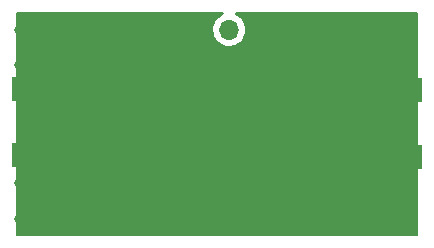
<source format=gbr>
%TF.GenerationSoftware,KiCad,Pcbnew,(5.99.0-7233-g6a28d6af27)*%
%TF.CreationDate,2021-08-16T18:37:05+02:00*%
%TF.ProjectId,lna,6c6e612e-6b69-4636-9164-5f7063625858,rev?*%
%TF.SameCoordinates,Original*%
%TF.FileFunction,Copper,L2,Bot*%
%TF.FilePolarity,Positive*%
%FSLAX46Y46*%
G04 Gerber Fmt 4.6, Leading zero omitted, Abs format (unit mm)*
G04 Created by KiCad (PCBNEW (5.99.0-7233-g6a28d6af27)) date 2021-08-16 18:37:05*
%MOMM*%
%LPD*%
G01*
G04 APERTURE LIST*
%TA.AperFunction,SMDPad,CuDef*%
%ADD10R,5.140000X2.000001*%
%TD*%
%TA.AperFunction,SMDPad,CuDef*%
%ADD11R,5.140000X2.000000*%
%TD*%
%TA.AperFunction,ComponentPad*%
%ADD12R,1.700000X1.700000*%
%TD*%
%TA.AperFunction,ComponentPad*%
%ADD13O,1.700000X1.700000*%
%TD*%
%TA.AperFunction,ViaPad*%
%ADD14C,0.800000*%
%TD*%
%TA.AperFunction,Conductor*%
%ADD15C,1.000000*%
%TD*%
G04 APERTURE END LIST*
D10*
%TO.P,J1,2,Ext*%
%TO.N,GND*%
X130200000Y-97649999D03*
D11*
X130200000Y-92000000D03*
%TD*%
D10*
%TO.P,J3,2,Ext*%
%TO.N,GND*%
X159800000Y-92150001D03*
D11*
X159800000Y-97800000D03*
%TD*%
D12*
%TO.P,J2,1,GND*%
%TO.N,GND*%
X143500000Y-87000000D03*
D13*
%TO.P,J2,2,5V*%
%TO.N,5V*%
X146040000Y-87000000D03*
%TD*%
D14*
%TO.N,GND*%
X142900000Y-90000000D03*
X143100000Y-96500000D03*
X149000000Y-100000000D03*
X139750000Y-100000000D03*
X148750000Y-96750000D03*
X139500000Y-97250000D03*
X146000000Y-100000000D03*
X143000000Y-100000000D03*
X150500000Y-92000000D03*
X137000000Y-103000000D03*
X161500000Y-103000000D03*
X134000000Y-87000000D03*
X149000000Y-103000000D03*
X158000000Y-103000000D03*
X148000000Y-90000000D03*
X137000000Y-87000000D03*
X155750000Y-90400000D03*
X137000000Y-90000000D03*
X131000000Y-87000000D03*
X151000000Y-90000000D03*
X144400000Y-94800000D03*
X128200000Y-90000000D03*
X137000000Y-92000000D03*
X131000000Y-90000000D03*
X146000000Y-96750000D03*
X143000000Y-103000000D03*
X131000000Y-100000000D03*
X131000000Y-103000000D03*
X134000000Y-103000000D03*
X137000000Y-97300000D03*
X152000000Y-100000000D03*
X155000000Y-103000000D03*
X148000000Y-92000000D03*
X134000000Y-100000000D03*
X159000000Y-90000000D03*
X155750000Y-92200000D03*
X140000000Y-92000000D03*
X159000000Y-87000000D03*
X128200000Y-103000000D03*
X146000000Y-103000000D03*
X161500000Y-100000000D03*
X153700000Y-102900000D03*
X161500000Y-87000000D03*
X158000000Y-100000000D03*
X155000000Y-97300000D03*
X140000000Y-103000000D03*
X161500000Y-90000000D03*
X155000000Y-100000000D03*
X128200000Y-87000000D03*
X137000000Y-100000000D03*
X140000000Y-90000000D03*
X134000000Y-90000000D03*
X128200000Y-100000000D03*
X152000000Y-97300000D03*
X140000000Y-87000000D03*
%TD*%
D15*
%TO.N,GND*%
X130200000Y-97649999D02*
X130200000Y-99200000D01*
X130200000Y-99200000D02*
X131000000Y-100000000D01*
X130200000Y-92000000D02*
X130200000Y-90800000D01*
X130200000Y-90800000D02*
X131000000Y-90000000D01*
X159800000Y-97800000D02*
X159800000Y-98200000D01*
X159800000Y-98200000D02*
X158000000Y-100000000D01*
X159800000Y-92150001D02*
X159800000Y-90800000D01*
X159800000Y-90800000D02*
X159000000Y-90000000D01*
%TD*%
%TA.AperFunction,Conductor*%
%TO.N,GND*%
G36*
X145525658Y-85527832D02*
G01*
X145572151Y-85581488D01*
X145582255Y-85651762D01*
X145552761Y-85716342D01*
X145503818Y-85751022D01*
X145433740Y-85778697D01*
X145236631Y-85898306D01*
X145232601Y-85901803D01*
X145139426Y-85982656D01*
X145062492Y-86049415D01*
X145059109Y-86053541D01*
X145059105Y-86053545D01*
X144986768Y-86141767D01*
X144916304Y-86227705D01*
X144802245Y-86428077D01*
X144723578Y-86644802D01*
X144722629Y-86650051D01*
X144722628Y-86650054D01*
X144700890Y-86770265D01*
X144682551Y-86871683D01*
X144682500Y-86877023D01*
X144681097Y-87023210D01*
X144680338Y-87102233D01*
X144717002Y-87329861D01*
X144791494Y-87548056D01*
X144901685Y-87750580D01*
X145044424Y-87931644D01*
X145048389Y-87935220D01*
X145211659Y-88082489D01*
X145211665Y-88082494D01*
X145215629Y-88086069D01*
X145410406Y-88209439D01*
X145623184Y-88298228D01*
X145628387Y-88299425D01*
X145628392Y-88299426D01*
X145842678Y-88348701D01*
X145842683Y-88348702D01*
X145847881Y-88349897D01*
X145853209Y-88350200D01*
X145853212Y-88350200D01*
X146009293Y-88359063D01*
X146078071Y-88362968D01*
X146083378Y-88362368D01*
X146083380Y-88362368D01*
X146204272Y-88348701D01*
X146307173Y-88337068D01*
X146312288Y-88335587D01*
X146312292Y-88335586D01*
X146441298Y-88298228D01*
X146528635Y-88272937D01*
X146736125Y-88172409D01*
X146740463Y-88169309D01*
X146740468Y-88169306D01*
X146919370Y-88041459D01*
X146923711Y-88038357D01*
X147086030Y-87874617D01*
X147173043Y-87750580D01*
X147215375Y-87690236D01*
X147215376Y-87690234D01*
X147218439Y-87685868D01*
X147317153Y-87477508D01*
X147379349Y-87255494D01*
X147403249Y-87026176D01*
X147403500Y-87000000D01*
X147403250Y-86997052D01*
X147384458Y-86775576D01*
X147384457Y-86775572D01*
X147384007Y-86770265D01*
X147326084Y-86547098D01*
X147274731Y-86433098D01*
X147233578Y-86341743D01*
X147233577Y-86341741D01*
X147231388Y-86336882D01*
X147102627Y-86145626D01*
X146943482Y-85978799D01*
X146758504Y-85841171D01*
X146753753Y-85838755D01*
X146753749Y-85838753D01*
X146571606Y-85746147D01*
X146519948Y-85697444D01*
X146502822Y-85628544D01*
X146525664Y-85561322D01*
X146581223Y-85517121D01*
X146628711Y-85507830D01*
X161866000Y-85507830D01*
X161934121Y-85527832D01*
X161980614Y-85581488D01*
X161992000Y-85633830D01*
X161992000Y-104365790D01*
X161971998Y-104433911D01*
X161918342Y-104480404D01*
X161866000Y-104491790D01*
X128134000Y-104491790D01*
X128065879Y-104471788D01*
X128019386Y-104418132D01*
X128008000Y-104365790D01*
X128008000Y-85633830D01*
X128028002Y-85565709D01*
X128081658Y-85519216D01*
X128134000Y-85507830D01*
X145457537Y-85507830D01*
X145525658Y-85527832D01*
G37*
%TD.AperFunction*%
%TD*%
M02*

</source>
